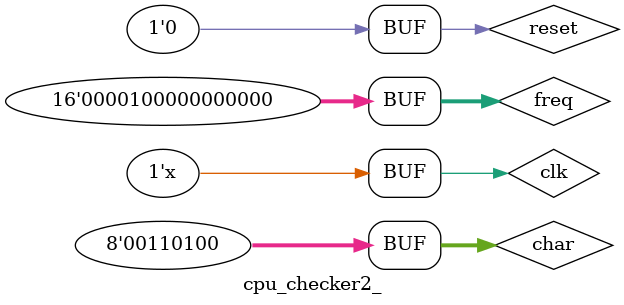
<source format=v>
`timescale 1ns / 1ps


module cpu_checker2_;

	// Inputs
	reg clk;
	reg reset;
	reg [7:0] char;
	reg [15:0] freq;

	// Outputs
	wire [1:0] format_type;
	wire [3:0] error_code;

	// Instantiate the Unit Under Test (UUT)
	cpu_checker2 uut (
		.clk(clk), 
		.reset(reset), 
		.char(char), 
		.freq(freq), 
		.format_type(format_type), 
		.error_code(error_code)
	);

	initial begin
		// Initialize Inputs
		clk = 1;
		reset = 0;
		char = 0;
		freq = 2048;

		#10 
		char = "^";
		#10 
		char = "1";
		#10 
		char = "0";
		#10
		char = "2";
		#10 
		char = "4";
		#10 
		char = "@";
		#10 
		char = "0";
		#10 
		char = "0";
		#10 
		char = "0";
		#10 
		char = "0";
		#10 
		char = "3";
		#10 
		char = "0";
		#10 
		char = "f";
		#10 
		char = "b";
		#10 
		char = ":";
		#10 
		char = " ";
		#10 
		char = "$";
		#10 
		char = "2";
		#10 
		char = " ";
		#10 
		char = "<";
		#10 
		char = "=";
		#10 
		char = " ";
		#10 
		char = "8";
		#10 
		char = "9";
		#10 
		char = "a";
		#10 
		char = "b";
		#10 
		char = "c";
		#10 
		char = "d";
		#10 
		char = "e";
		#10 
		char = "f";
		#10 
		char = "#";
		#10 
		char = "^";
		#10 
		char = "6";
		#10 
		char = "4";
	end
	
	always #5 clk = ~clk;
      
endmodule


</source>
